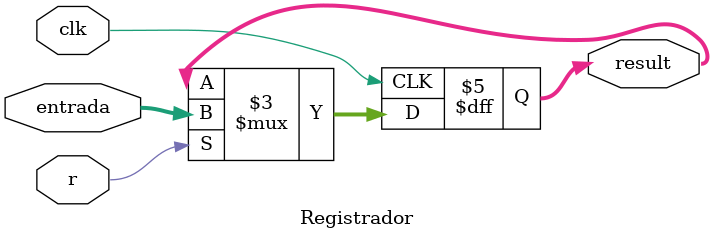
<source format=v>
module Registrador (

    input signed [15:0] entrada,
    input clk,
    input r,
    output reg signed [15:0] result
);
    always @(posedge clk) begin
        if (r == 1) begin
            result <= entrada;
        end
    end

endmodule
</source>
